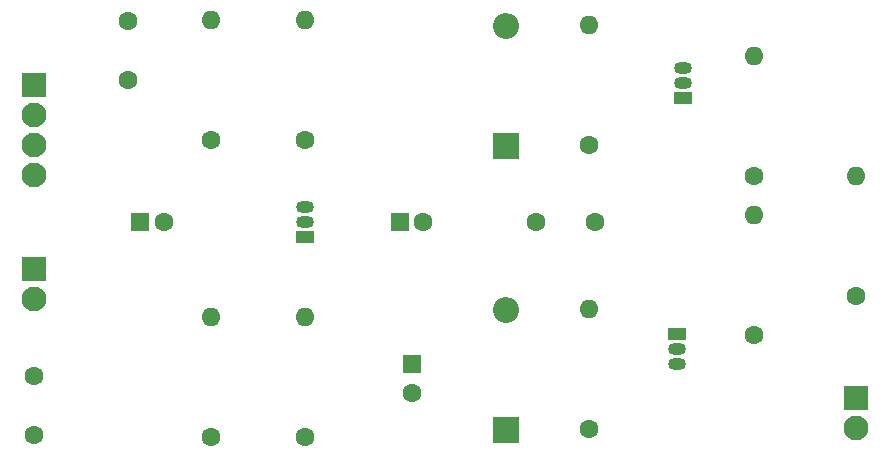
<source format=gbr>
%TF.GenerationSoftware,KiCad,Pcbnew,7.0.11-7.0.11~ubuntu20.04.1*%
%TF.CreationDate,2024-04-30T14:05:29-04:00*%
%TF.ProjectId,AudioAmpEEL,41756469-6f41-46d7-9045-454c2e6b6963,rev?*%
%TF.SameCoordinates,Original*%
%TF.FileFunction,Soldermask,Bot*%
%TF.FilePolarity,Negative*%
%FSLAX46Y46*%
G04 Gerber Fmt 4.6, Leading zero omitted, Abs format (unit mm)*
G04 Created by KiCad (PCBNEW 7.0.11-7.0.11~ubuntu20.04.1) date 2024-04-30 14:05:29*
%MOMM*%
%LPD*%
G01*
G04 APERTURE LIST*
%ADD10C,1.600000*%
%ADD11O,1.600000X1.600000*%
%ADD12R,1.600000X1.600000*%
%ADD13O,2.200000X2.200000*%
%ADD14R,2.200000X2.200000*%
%ADD15C,2.100000*%
%ADD16R,2.100000X2.100000*%
%ADD17R,1.500000X1.050000*%
%ADD18O,1.500000X1.050000*%
G04 APERTURE END LIST*
D10*
%TO.C,R3*%
X156000000Y-86500000D03*
D11*
X156000000Y-76340000D03*
%TD*%
D12*
%TO.C,C3*%
X141000000Y-105000000D03*
D10*
X141000000Y-107500000D03*
%TD*%
D12*
%TO.C,C2*%
X140000000Y-93000000D03*
D10*
X142000000Y-93000000D03*
%TD*%
D13*
%TO.C,D2*%
X149000000Y-100420000D03*
D14*
X149000000Y-110580000D03*
%TD*%
D15*
%TO.C,J3*%
X109000000Y-89000000D03*
X109000000Y-86460000D03*
X109000000Y-83920000D03*
D16*
X109000000Y-81380000D03*
%TD*%
D10*
%TO.C,RLoad1*%
X178650000Y-99260000D03*
D11*
X178650000Y-89100000D03*
%TD*%
%TO.C,R4*%
X156000000Y-100340000D03*
D10*
X156000000Y-110500000D03*
%TD*%
%TO.C,C6*%
X109000000Y-111000000D03*
X109000000Y-106000000D03*
%TD*%
D16*
%TO.C,J1*%
X109000000Y-96960000D03*
D15*
X109000000Y-99500000D03*
%TD*%
D17*
%TO.C,Q3*%
X163500000Y-102460000D03*
D18*
X163500000Y-103730000D03*
X163500000Y-105000000D03*
%TD*%
D17*
%TO.C,Q2*%
X164000000Y-82500000D03*
D18*
X164000000Y-81230000D03*
X164000000Y-79960000D03*
%TD*%
D17*
%TO.C,Q1*%
X132000000Y-94270000D03*
D18*
X132000000Y-93000000D03*
X132000000Y-91730000D03*
%TD*%
D12*
%TO.C,C1*%
X118000000Y-93000000D03*
D10*
X120000000Y-93000000D03*
%TD*%
D11*
%TO.C,R5*%
X170000000Y-92420000D03*
D10*
X170000000Y-102580000D03*
%TD*%
%TO.C,Rc1*%
X132000000Y-86080000D03*
D11*
X132000000Y-75920000D03*
%TD*%
D10*
%TO.C,C5*%
X156500000Y-93000000D03*
X151500000Y-93000000D03*
%TD*%
%TO.C,C4*%
X117000000Y-76000000D03*
X117000000Y-81000000D03*
%TD*%
D15*
%TO.C,J2*%
X178640000Y-110430000D03*
D16*
X178640000Y-107890000D03*
%TD*%
D11*
%TO.C,R6*%
X170000000Y-78920000D03*
D10*
X170000000Y-89080000D03*
%TD*%
D13*
%TO.C,D1*%
X149000000Y-76420000D03*
D14*
X149000000Y-86580000D03*
%TD*%
D10*
%TO.C,R1*%
X124000000Y-86080000D03*
D11*
X124000000Y-75920000D03*
%TD*%
D10*
%TO.C,Re1*%
X132000000Y-111160000D03*
D11*
X132000000Y-101000000D03*
%TD*%
%TO.C,R2*%
X124000000Y-101000000D03*
D10*
X124000000Y-111160000D03*
%TD*%
M02*

</source>
